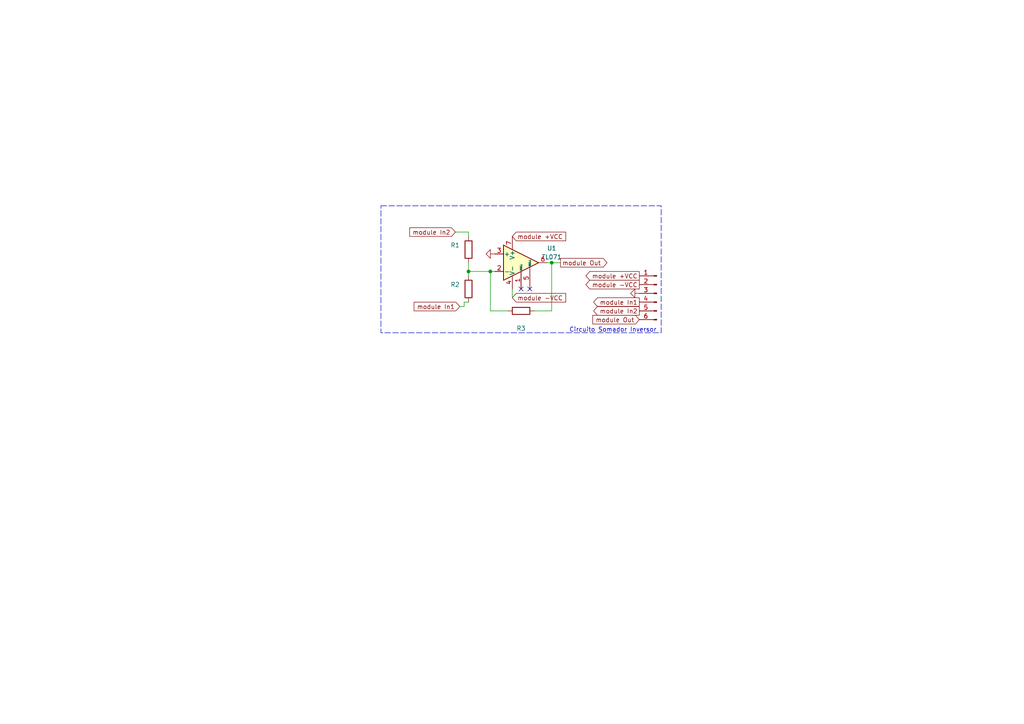
<source format=kicad_sch>
(kicad_sch (version 20230121) (generator eeschema)
  (paper "A4")
  (lib_symbols
    (symbol "Amplifier_Operational:TL071" (pin_names (offset 0.127))
      (property "Reference" "U" (at 0 6.35 0))
      (property "Value" "TL071" (at 0 3.81 0))
      (symbol "TL071_0_1"
        (polyline (pts (xy -5.08 5.08) (xy 5.08 0) (xy -5.08 -5.08) (xy -5.08 5.08)) (stroke (width 0.254)) (fill (type background)))
      )
      (symbol "TL071_1_1"
        (pin input line (at 0 -7.62 90) (length 5.08) (name "NULL") (number "1"))
        (pin input line (at -7.62 -2.54 0) (length 2.54) (name "-") (number "2"))
        (pin input line (at -7.62 2.54 0) (length 2.54) (name "+") (number "3"))
        (pin power_in line (at -2.54 -7.62 90) (length 3.81) (name "V-") (number "4"))
        (pin input line (at 2.54 -7.62 90) (length 6.35) (name "NULL") (number "5"))
        (pin output line (at 7.62 0 180) (length 2.54) (name "~") (number "6"))
        (pin power_in line (at -2.54 7.62 270) (length 3.81) (name "V+") (number "7"))
        (pin no_connect line (at 0 2.54 270) (length 2.54) hide (name "NC") (number "8"))
      )
    )
    (symbol "Connector:Conn_01x06_Pin" (pin_names (offset 1.016) hide)
      (property "Reference" "J" (at 0 7.62 0))
      (property "Value" "Conn_01x06_Pin" (at 0 -10.16 0))
      (symbol "Conn_01x06_Pin_1_1"
        (polyline (pts (xy 1.27 -7.62) (xy 0.8636 -7.62)) (stroke (width 0.1524)))
        (polyline (pts (xy 1.27 -5.08) (xy 0.8636 -5.08)) (stroke (width 0.1524)))
        (polyline (pts (xy 1.27 -2.54) (xy 0.8636 -2.54)) (stroke (width 0.1524)))
        (polyline (pts (xy 1.27 0) (xy 0.8636 0)) (stroke (width 0.1524)))
        (polyline (pts (xy 1.27 2.54) (xy 0.8636 2.54)) (stroke (width 0.1524)))
        (polyline (pts (xy 1.27 5.08) (xy 0.8636 5.08)) (stroke (width 0.1524)))
        (rectangle (start 0.8636 -7.493) (end 0 -7.747) (stroke (width 0.1524)) (fill (type outline)))
        (rectangle (start 0.8636 -4.953) (end 0 -5.207) (stroke (width 0.1524)) (fill (type outline)))
        (rectangle (start 0.8636 -2.413) (end 0 -2.667) (stroke (width 0.1524)) (fill (type outline)))
        (rectangle (start 0.8636 0.127) (end 0 -0.127) (stroke (width 0.1524)) (fill (type outline)))
        (rectangle (start 0.8636 2.667) (end 0 2.413) (stroke (width 0.1524)) (fill (type outline)))
        (rectangle (start 0.8636 5.207) (end 0 4.953) (stroke (width 0.1524)) (fill (type outline)))
        (pin passive line (at 5.08 5.08 180) (length 3.81) (name "Pin_1") (number "1"))
        (pin passive line (at 5.08 2.54 180) (length 3.81) (name "Pin_2") (number "2"))
        (pin passive line (at 5.08 0 180) (length 3.81) (name "Pin_3") (number "3"))
        (pin passive line (at 5.08 -2.54 180) (length 3.81) (name "Pin_4") (number "4"))
        (pin passive line (at 5.08 -5.08 180) (length 3.81) (name "Pin_5") (number "5"))
        (pin passive line (at 5.08 -7.62 180) (length 3.81) (name "Pin_6") (number "6"))
      )
    )
    (symbol "Device:R" (pin_numbers hide) (pin_names (offset 0))
      (property "Reference" "R" (at 2.032 0 90))
      (property "Value" "R" (at 0 0 90))
      (symbol "R_0_1"
        (rectangle (start -1.016 2.54) (end 1.016 -2.54) (stroke (width 0.254)))
      )
      (symbol "R_1_1"
        (pin passive line (at 0 3.81 270) (length 1.27) (name "~") (number "1"))
        (pin passive line (at 0 -3.81 90) (length 1.27) (name "~") (number "2"))
      )
    )
    (symbol "power:GND" (power) (pin_names (offset 0))
      (property "Value" "GND" (at 0 -3.81 0))
      (symbol "GND_0_1"
        (polyline (pts (xy 0 0) (xy 0 -1.27) (xy 1.27 -1.27) (xy 0 -2.54) (xy -1.27 -1.27) (xy 0 -1.27)))
      )
      (symbol "GND_1_1"
        (pin power_in line (at 0 0 270) (length 0) hide (name "GND") (number "1"))
      )
    )
  )
  (junction (at 135.89 78.74))
  (junction (at 142.24 78.74))
  (junction (at 160.02 76.2))
  (no_connect (at 153.67 83.82))
  (no_connect (at 151.13 83.82))
  (wire (pts (xy 135.89 68.58) (xy 135.89 67.31)))
  (wire (pts (xy 135.89 76.2) (xy 135.89 78.74)))
  (wire (pts (xy 147.32 90.17) (xy 142.24 90.17)))
  (wire (pts (xy 135.89 78.74) (xy 142.24 78.74)))
  (wire (pts (xy 135.89 80.01) (xy 135.89 78.74)))
  (wire (pts (xy 154.94 90.17) (xy 160.02 90.17)))
  (wire (pts (xy 133.35 88.9) (xy 134.62 88.9)))
  (wire (pts (xy 160.02 76.2) (xy 162.56 76.2)))
  (wire (pts (xy 148.59 86.36) (xy 148.59 83.82)))
  (wire (pts (xy 134.62 87.63) (xy 135.89 87.63)))
  (wire (pts (xy 134.62 87.63) (xy 134.62 88.9)))
  (wire (pts (xy 142.24 78.74) (xy 143.51 78.74)))
  (wire (pts (xy 142.24 78.74) (xy 142.24 90.17)))
  (wire (pts (xy 160.02 90.17) (xy 160.02 76.2)))
  (wire (pts (xy 160.02 76.2) (xy 158.75 76.2)))
  (wire (pts (xy 132.08 67.31) (xy 135.89 67.31)))
  (rectangle (start 110.49 59.69) (end 191.77 96.52) (stroke (width 0) (type dash)))
  (text "Circuito Somador Inversor" (at 165.1 96.52 0) (effects (font (size 1.27 1.27)) (justify left bottom)))
  (global_label "module Out" (shape output) (at 162.56 76.2 0) (property "Intersheetrefs" "${INTERSHEET_REFS}" (effects hide)))
  (global_label "module -VCC" (shape input) (at 148.59 86.36 0) (property "Intersheetrefs" "${INTERSHEET_REFS}" (effects hide)))
  (global_label "module In1" (shape output) (at 185.42 87.63 180) (property "Intersheetrefs" "${INTERSHEET_REFS}" (effects hide)))
  (global_label "module -VCC" (shape output) (at 185.42 82.55 180) (property "Intersheetrefs" "${INTERSHEET_REFS}" (effects hide)))
  (global_label "module In2" (shape input) (at 132.08 67.31 180) (property "Intersheetrefs" "${INTERSHEET_REFS}" (effects hide)))
  (global_label "module In2" (shape output) (at 185.42 90.17 180) (property "Intersheetrefs" "${INTERSHEET_REFS}" (effects hide)))
  (global_label "module Out" (shape input) (at 185.42 92.71 180) (property "Intersheetrefs" "${INTERSHEET_REFS}" (effects hide)))
  (global_label "module +VCC" (shape input) (at 148.59 68.58 0) (property "Intersheetrefs" "${INTERSHEET_REFS}" (effects hide)))
  (global_label "module In1" (shape input) (at 133.35 88.9 180) (property "Intersheetrefs" "${INTERSHEET_REFS}" (effects hide)))
  (global_label "module +VCC" (shape output) (at 185.42 80.01 180) (property "Intersheetrefs" "${INTERSHEET_REFS}" (effects hide)))
  (symbol (lib_id "Device:R") (at 135.89 72.39 0) (mirror y) (unit 1)
    (property "Reference" "R1" (at 133.35 71.12 0) (effects (justify left)))
    (property "Value" "R" (effects hide))
    (property "Footprint" "Resistor_THT:R_Axial_DIN0207_L6.3mm_D2.5mm_P7.62mm_Horizontal" (effects hide))
  )
  (symbol (lib_id "Connector:Conn_01x06_Pin") (at 190.5 85.09 0) (mirror y) (unit 1)
    (property "Reference" "J1" (effects hide))
    (property "Value" "Conn_01x06_Pin" (effects hide))
    (property "Footprint" "Connector_PinHeader_2.54mm:PinHeader_1x06_P2.54mm_Vertical" (effects hide))
  )
  (symbol (lib_id "power:GND") (at 143.51 73.66 270) (unit 1)
    (property "Reference" "#PWR01" (effects hide))
    (property "Value" "GND" (effects hide))
  )
  (symbol (lib_id "power:GND") (at 185.42 85.09 270) (unit 1)
    (property "Reference" "#PWR02" (effects hide))
    (property "Value" "GND" (effects hide))
  )
  (symbol (lib_id "Amplifier_Operational:TL071") (at 151.13 76.2 0) (unit 1)
    (property "Reference" "U1" (at 160.02 72.0091 0))
    (property "Value" "TL071" (at 160.02 74.5491 0))
    (property "Footprint" "Package_DIP:DIP-8_W7.62mm_Socket" (effects hide))
    (property "Datasheet" "http://www.ti.com/lit/ds/symlink/tl071.pdf" (effects hide))
  )
  (symbol (lib_id "Device:R") (at 151.13 90.17 270) (unit 1)
    (property "Reference" "R3" (at 151.13 95.25 90))
    (property "Value" "R" (effects hide))
    (property "Footprint" "Resistor_THT:R_Axial_DIN0207_L6.3mm_D2.5mm_P7.62mm_Horizontal" (effects hide))
  )
  (symbol (lib_id "Device:R") (at 135.89 83.82 0) (mirror y) (unit 1)
    (property "Reference" "R2" (at 133.35 82.55 0) (effects (justify left)))
    (property "Value" "R" (effects hide))
    (property "Footprint" "Resistor_THT:R_Axial_DIN0207_L6.3mm_D2.5mm_P7.62mm_Horizontal" (effects hide))
  )
)
</source>
